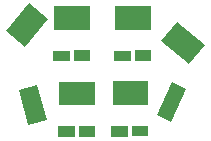
<source format=gbr>
G04 #@! TF.GenerationSoftware,KiCad,Pcbnew,5.1.5-52549c5~84~ubuntu18.04.1*
G04 #@! TF.CreationDate,2020-02-06T20:48:50-05:00*
G04 #@! TF.ProjectId,led_indicator,6c65645f-696e-4646-9963-61746f722e6b,rev?*
G04 #@! TF.SameCoordinates,Original*
G04 #@! TF.FileFunction,Soldermask,Top*
G04 #@! TF.FilePolarity,Negative*
%FSLAX46Y46*%
G04 Gerber Fmt 4.6, Leading zero omitted, Abs format (unit mm)*
G04 Created by KiCad (PCBNEW 5.1.5-52549c5~84~ubuntu18.04.1) date 2020-02-06 20:48:50*
%MOMM*%
%LPD*%
G04 APERTURE LIST*
%ADD10C,0.100000*%
G04 APERTURE END LIST*
D10*
G36*
X177312000Y-99703800D02*
G01*
X175910000Y-99703800D01*
X175910000Y-98801800D01*
X177312000Y-98801800D01*
X177312000Y-99703800D01*
G37*
G36*
X179039200Y-99678400D02*
G01*
X177637200Y-99678400D01*
X177637200Y-98776400D01*
X179039200Y-98776400D01*
X179039200Y-99678400D01*
G37*
G36*
X181812000Y-99676800D02*
G01*
X180410000Y-99676800D01*
X180410000Y-98774800D01*
X181812000Y-98774800D01*
X181812000Y-99676800D01*
G37*
G36*
X183539200Y-99651400D02*
G01*
X182137200Y-99651400D01*
X182137200Y-98749400D01*
X183539200Y-98749400D01*
X183539200Y-99651400D01*
G37*
G36*
X174925135Y-98290837D02*
G01*
X173377722Y-98705465D01*
X172574865Y-95709163D01*
X174122278Y-95294535D01*
X174925135Y-98290837D01*
G37*
G36*
X186745487Y-95619441D02*
G01*
X185499795Y-98290837D01*
X185434525Y-98430807D01*
X185434525Y-98430808D01*
X184254513Y-97880559D01*
X185565475Y-95069192D01*
X186745487Y-95619441D01*
G37*
G36*
X179001000Y-97028000D02*
G01*
X175999000Y-97028000D01*
X175999000Y-95026000D01*
X179001000Y-95026000D01*
X179001000Y-97028000D01*
G37*
G36*
X183501000Y-97001000D02*
G01*
X180499000Y-97001000D01*
X180499000Y-94999000D01*
X183501000Y-94999000D01*
X183501000Y-97001000D01*
G37*
G36*
X188363705Y-91941851D02*
G01*
X187012565Y-93552076D01*
X184636295Y-91558149D01*
X185987435Y-89947924D01*
X188363705Y-91941851D01*
G37*
G36*
X176886000Y-93295800D02*
G01*
X175484000Y-93295800D01*
X175484000Y-92393800D01*
X176886000Y-92393800D01*
X176886000Y-93295800D01*
G37*
G36*
X182062000Y-93295800D02*
G01*
X180660000Y-93295800D01*
X180660000Y-92393800D01*
X182062000Y-92393800D01*
X182062000Y-93295800D01*
G37*
G36*
X178613200Y-93270400D02*
G01*
X177211200Y-93270400D01*
X177211200Y-92368400D01*
X178613200Y-92368400D01*
X178613200Y-93270400D01*
G37*
G36*
X183789200Y-93270400D02*
G01*
X182387200Y-93270400D01*
X182387200Y-92368400D01*
X183789200Y-92368400D01*
X183789200Y-93270400D01*
G37*
G36*
X175052076Y-89737435D02*
G01*
X173058149Y-92113705D01*
X171447924Y-90762565D01*
X173441851Y-88386295D01*
X175052076Y-89737435D01*
G37*
G36*
X183751000Y-90620000D02*
G01*
X180749000Y-90620000D01*
X180749000Y-88618000D01*
X183751000Y-88618000D01*
X183751000Y-90620000D01*
G37*
G36*
X178575000Y-90620000D02*
G01*
X175573000Y-90620000D01*
X175573000Y-88618000D01*
X178575000Y-88618000D01*
X178575000Y-90620000D01*
G37*
M02*

</source>
